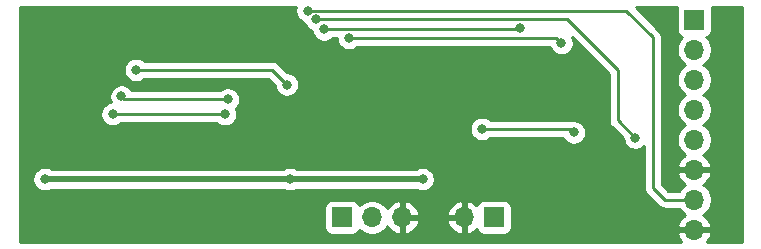
<source format=gbr>
%TF.GenerationSoftware,KiCad,Pcbnew,(5.1.6)-1*%
%TF.CreationDate,2021-07-28T23:36:17+08:00*%
%TF.ProjectId,wireless_measurement_ard,77697265-6c65-4737-935f-6d6561737572,rev?*%
%TF.SameCoordinates,Original*%
%TF.FileFunction,Copper,L2,Bot*%
%TF.FilePolarity,Positive*%
%FSLAX46Y46*%
G04 Gerber Fmt 4.6, Leading zero omitted, Abs format (unit mm)*
G04 Created by KiCad (PCBNEW (5.1.6)-1) date 2021-07-28 23:36:17*
%MOMM*%
%LPD*%
G01*
G04 APERTURE LIST*
%TA.AperFunction,ComponentPad*%
%ADD10O,1.700000X1.700000*%
%TD*%
%TA.AperFunction,ComponentPad*%
%ADD11R,1.700000X1.700000*%
%TD*%
%TA.AperFunction,ViaPad*%
%ADD12C,0.800000*%
%TD*%
%TA.AperFunction,Conductor*%
%ADD13C,0.250000*%
%TD*%
%TA.AperFunction,Conductor*%
%ADD14C,0.500000*%
%TD*%
%TA.AperFunction,Conductor*%
%ADD15C,0.254000*%
%TD*%
G04 APERTURE END LIST*
D10*
%TO.P,EFM8_Prog1,3*%
%TO.N,GND*%
X150500000Y-93500000D03*
%TO.P,EFM8_Prog1,2*%
%TO.N,C2D*%
X147960000Y-93500000D03*
D11*
%TO.P,EFM8_Prog1,1*%
%TO.N,C2CK*%
X145420000Y-93500000D03*
%TD*%
D10*
%TO.P,J1,8*%
%TO.N,GND*%
X175250000Y-94530000D03*
%TO.P,J1,7*%
%TO.N,A3*%
X175250000Y-91990000D03*
%TO.P,J1,6*%
%TO.N,GND*%
X175250000Y-89450000D03*
%TO.P,J1,5*%
%TO.N,A2*%
X175250000Y-86910000D03*
%TO.P,J1,4*%
%TO.N,C2_OUT*%
X175250000Y-84370000D03*
%TO.P,J1,3*%
%TO.N,C2_IN*%
X175250000Y-81830000D03*
%TO.P,J1,2*%
%TO.N,C1_OUT*%
X175250000Y-79290000D03*
D11*
%TO.P,J1,1*%
%TO.N,C1_IN*%
X175250000Y-76750000D03*
%TD*%
D10*
%TO.P,Battery1,2*%
%TO.N,GND*%
X155750000Y-93500000D03*
D11*
%TO.P,Battery1,1*%
%TO.N,VIN*%
X158290000Y-93500000D03*
%TD*%
D12*
%TO.N,A2*%
X143237347Y-76737347D03*
X170250000Y-86750000D03*
%TO.N,GND*%
X156500000Y-85000000D03*
%TO.N,A3*%
X142500000Y-76000000D03*
%TO.N,+3V3*%
X120250000Y-90250000D03*
X152250000Y-90250000D03*
X141000000Y-90250000D03*
%TO.N,ARD_RX*%
X135750000Y-83500000D03*
X126750000Y-83250000D03*
%TO.N,A1*%
X143899462Y-77575232D03*
X160500000Y-77500000D03*
%TO.N,A0*%
X146000000Y-78300232D03*
X164000000Y-78750006D03*
%TO.N,ARD_TX*%
X126000000Y-84750000D03*
X135500000Y-84750000D03*
%TO.N,Net-(L1-Pad2)*%
X157250000Y-86000000D03*
X165050000Y-86300000D03*
%TO.N,STATUS*%
X128000000Y-81000000D03*
X140750000Y-82250000D03*
%TD*%
D13*
%TO.N,A2*%
X164487347Y-76737347D02*
X143237347Y-76737347D01*
X168762653Y-81012653D02*
X164487347Y-76737347D01*
X170250000Y-86750000D02*
X168762653Y-85262653D01*
X168762653Y-85262653D02*
X168762653Y-81012653D01*
%TO.N,A3*%
X142500000Y-76000000D02*
X169500000Y-76000000D01*
X169500000Y-76000000D02*
X171750000Y-78250000D01*
X171750000Y-78250000D02*
X171750000Y-91000000D01*
X172740000Y-91990000D02*
X175250000Y-91990000D01*
X171750000Y-91000000D02*
X172740000Y-91990000D01*
D14*
%TO.N,+3V3*%
X120250000Y-90250000D02*
X152250000Y-90250000D01*
D13*
%TO.N,ARD_RX*%
X135750000Y-83500000D02*
X127000000Y-83500000D01*
X127000000Y-83500000D02*
X126750000Y-83250000D01*
%TO.N,A1*%
X143899462Y-77575232D02*
X160424768Y-77575232D01*
X160424768Y-77575232D02*
X160500000Y-77500000D01*
%TO.N,A0*%
X163550226Y-78300232D02*
X164000000Y-78750006D01*
X146000000Y-78300232D02*
X163550226Y-78300232D01*
%TO.N,ARD_TX*%
X126000000Y-84750000D02*
X135500000Y-84750000D01*
%TO.N,Net-(L1-Pad2)*%
X157250000Y-86000000D02*
X164750000Y-86000000D01*
X164750000Y-86000000D02*
X165050000Y-86300000D01*
%TO.N,STATUS*%
X128000000Y-81000000D02*
X139500000Y-81000000D01*
X139500000Y-81000000D02*
X140750000Y-82250000D01*
%TD*%
D15*
%TO.N,GND*%
G36*
X141465000Y-75898061D02*
G01*
X141465000Y-76101939D01*
X141504774Y-76301898D01*
X141582795Y-76490256D01*
X141696063Y-76659774D01*
X141840226Y-76803937D01*
X142009744Y-76917205D01*
X142198102Y-76995226D01*
X142234818Y-77002529D01*
X142242121Y-77039245D01*
X142320142Y-77227603D01*
X142433410Y-77397121D01*
X142577573Y-77541284D01*
X142747091Y-77654552D01*
X142870098Y-77705503D01*
X142904236Y-77877130D01*
X142982257Y-78065488D01*
X143095525Y-78235006D01*
X143239688Y-78379169D01*
X143409206Y-78492437D01*
X143597564Y-78570458D01*
X143797523Y-78610232D01*
X144001401Y-78610232D01*
X144201360Y-78570458D01*
X144389718Y-78492437D01*
X144559236Y-78379169D01*
X144603173Y-78335232D01*
X144965000Y-78335232D01*
X144965000Y-78402171D01*
X145004774Y-78602130D01*
X145082795Y-78790488D01*
X145196063Y-78960006D01*
X145340226Y-79104169D01*
X145509744Y-79217437D01*
X145698102Y-79295458D01*
X145898061Y-79335232D01*
X146101939Y-79335232D01*
X146301898Y-79295458D01*
X146490256Y-79217437D01*
X146659774Y-79104169D01*
X146703711Y-79060232D01*
X163008224Y-79060232D01*
X163082795Y-79240262D01*
X163196063Y-79409780D01*
X163340226Y-79553943D01*
X163509744Y-79667211D01*
X163698102Y-79745232D01*
X163898061Y-79785006D01*
X164101939Y-79785006D01*
X164301898Y-79745232D01*
X164490256Y-79667211D01*
X164659774Y-79553943D01*
X164803937Y-79409780D01*
X164917205Y-79240262D01*
X164995226Y-79051904D01*
X165035000Y-78851945D01*
X165035000Y-78648067D01*
X164995226Y-78448108D01*
X164917205Y-78259750D01*
X164881475Y-78206276D01*
X168002654Y-81327456D01*
X168002653Y-85225330D01*
X167998977Y-85262653D01*
X168002653Y-85299975D01*
X168002653Y-85299985D01*
X168013650Y-85411638D01*
X168047575Y-85523475D01*
X168057107Y-85554899D01*
X168127679Y-85686929D01*
X168136849Y-85698102D01*
X168222652Y-85802654D01*
X168251656Y-85826457D01*
X169215000Y-86789802D01*
X169215000Y-86851939D01*
X169254774Y-87051898D01*
X169332795Y-87240256D01*
X169446063Y-87409774D01*
X169590226Y-87553937D01*
X169759744Y-87667205D01*
X169948102Y-87745226D01*
X170148061Y-87785000D01*
X170351939Y-87785000D01*
X170551898Y-87745226D01*
X170740256Y-87667205D01*
X170909774Y-87553937D01*
X170990001Y-87473710D01*
X170990001Y-90962668D01*
X170986324Y-91000000D01*
X170990001Y-91037333D01*
X170999621Y-91135000D01*
X171000998Y-91148985D01*
X171044454Y-91292246D01*
X171115026Y-91424276D01*
X171186201Y-91511002D01*
X171210000Y-91540001D01*
X171238998Y-91563799D01*
X172176205Y-92501008D01*
X172199999Y-92530001D01*
X172228992Y-92553795D01*
X172228996Y-92553799D01*
X172299685Y-92611811D01*
X172315724Y-92624974D01*
X172447753Y-92695546D01*
X172591014Y-92739003D01*
X172702667Y-92750000D01*
X172702676Y-92750000D01*
X172739999Y-92753676D01*
X172777322Y-92750000D01*
X173971822Y-92750000D01*
X174096525Y-92936632D01*
X174303368Y-93143475D01*
X174485534Y-93265195D01*
X174368645Y-93334822D01*
X174152412Y-93529731D01*
X173978359Y-93763080D01*
X173853175Y-94025901D01*
X173808524Y-94173110D01*
X173929845Y-94403000D01*
X175123000Y-94403000D01*
X175123000Y-94383000D01*
X175377000Y-94383000D01*
X175377000Y-94403000D01*
X176570155Y-94403000D01*
X176691476Y-94173110D01*
X176646825Y-94025901D01*
X176521641Y-93763080D01*
X176347588Y-93529731D01*
X176131355Y-93334822D01*
X176014466Y-93265195D01*
X176196632Y-93143475D01*
X176403475Y-92936632D01*
X176565990Y-92693411D01*
X176677932Y-92423158D01*
X176735000Y-92136260D01*
X176735000Y-91843740D01*
X176677932Y-91556842D01*
X176565990Y-91286589D01*
X176403475Y-91043368D01*
X176196632Y-90836525D01*
X176014466Y-90714805D01*
X176131355Y-90645178D01*
X176347588Y-90450269D01*
X176521641Y-90216920D01*
X176646825Y-89954099D01*
X176691476Y-89806890D01*
X176570155Y-89577000D01*
X175377000Y-89577000D01*
X175377000Y-89597000D01*
X175123000Y-89597000D01*
X175123000Y-89577000D01*
X173929845Y-89577000D01*
X173808524Y-89806890D01*
X173853175Y-89954099D01*
X173978359Y-90216920D01*
X174152412Y-90450269D01*
X174368645Y-90645178D01*
X174485534Y-90714805D01*
X174303368Y-90836525D01*
X174096525Y-91043368D01*
X173971822Y-91230000D01*
X173054803Y-91230000D01*
X172510000Y-90685199D01*
X172510000Y-78287333D01*
X172513677Y-78250000D01*
X172499003Y-78101014D01*
X172455546Y-77957753D01*
X172384974Y-77825724D01*
X172313799Y-77738997D01*
X172290001Y-77709999D01*
X172261004Y-77686202D01*
X170284801Y-75710000D01*
X173794063Y-75710000D01*
X173774188Y-75775518D01*
X173761928Y-75900000D01*
X173761928Y-77600000D01*
X173774188Y-77724482D01*
X173810498Y-77844180D01*
X173869463Y-77954494D01*
X173948815Y-78051185D01*
X174045506Y-78130537D01*
X174155820Y-78189502D01*
X174228380Y-78211513D01*
X174096525Y-78343368D01*
X173934010Y-78586589D01*
X173822068Y-78856842D01*
X173765000Y-79143740D01*
X173765000Y-79436260D01*
X173822068Y-79723158D01*
X173934010Y-79993411D01*
X174096525Y-80236632D01*
X174303368Y-80443475D01*
X174477760Y-80560000D01*
X174303368Y-80676525D01*
X174096525Y-80883368D01*
X173934010Y-81126589D01*
X173822068Y-81396842D01*
X173765000Y-81683740D01*
X173765000Y-81976260D01*
X173822068Y-82263158D01*
X173934010Y-82533411D01*
X174096525Y-82776632D01*
X174303368Y-82983475D01*
X174477760Y-83100000D01*
X174303368Y-83216525D01*
X174096525Y-83423368D01*
X173934010Y-83666589D01*
X173822068Y-83936842D01*
X173765000Y-84223740D01*
X173765000Y-84516260D01*
X173822068Y-84803158D01*
X173934010Y-85073411D01*
X174096525Y-85316632D01*
X174303368Y-85523475D01*
X174477760Y-85640000D01*
X174303368Y-85756525D01*
X174096525Y-85963368D01*
X173934010Y-86206589D01*
X173822068Y-86476842D01*
X173765000Y-86763740D01*
X173765000Y-87056260D01*
X173822068Y-87343158D01*
X173934010Y-87613411D01*
X174096525Y-87856632D01*
X174303368Y-88063475D01*
X174485534Y-88185195D01*
X174368645Y-88254822D01*
X174152412Y-88449731D01*
X173978359Y-88683080D01*
X173853175Y-88945901D01*
X173808524Y-89093110D01*
X173929845Y-89323000D01*
X175123000Y-89323000D01*
X175123000Y-89303000D01*
X175377000Y-89303000D01*
X175377000Y-89323000D01*
X176570155Y-89323000D01*
X176691476Y-89093110D01*
X176646825Y-88945901D01*
X176521641Y-88683080D01*
X176347588Y-88449731D01*
X176131355Y-88254822D01*
X176014466Y-88185195D01*
X176196632Y-88063475D01*
X176403475Y-87856632D01*
X176565990Y-87613411D01*
X176677932Y-87343158D01*
X176735000Y-87056260D01*
X176735000Y-86763740D01*
X176677932Y-86476842D01*
X176565990Y-86206589D01*
X176403475Y-85963368D01*
X176196632Y-85756525D01*
X176022240Y-85640000D01*
X176196632Y-85523475D01*
X176403475Y-85316632D01*
X176565990Y-85073411D01*
X176677932Y-84803158D01*
X176735000Y-84516260D01*
X176735000Y-84223740D01*
X176677932Y-83936842D01*
X176565990Y-83666589D01*
X176403475Y-83423368D01*
X176196632Y-83216525D01*
X176022240Y-83100000D01*
X176196632Y-82983475D01*
X176403475Y-82776632D01*
X176565990Y-82533411D01*
X176677932Y-82263158D01*
X176735000Y-81976260D01*
X176735000Y-81683740D01*
X176677932Y-81396842D01*
X176565990Y-81126589D01*
X176403475Y-80883368D01*
X176196632Y-80676525D01*
X176022240Y-80560000D01*
X176196632Y-80443475D01*
X176403475Y-80236632D01*
X176565990Y-79993411D01*
X176677932Y-79723158D01*
X176735000Y-79436260D01*
X176735000Y-79143740D01*
X176677932Y-78856842D01*
X176565990Y-78586589D01*
X176403475Y-78343368D01*
X176271620Y-78211513D01*
X176344180Y-78189502D01*
X176454494Y-78130537D01*
X176551185Y-78051185D01*
X176630537Y-77954494D01*
X176689502Y-77844180D01*
X176725812Y-77724482D01*
X176738072Y-77600000D01*
X176738072Y-75900000D01*
X176725812Y-75775518D01*
X176705937Y-75710000D01*
X179290000Y-75710000D01*
X179290001Y-95540000D01*
X176336792Y-95540000D01*
X176347588Y-95530269D01*
X176521641Y-95296920D01*
X176646825Y-95034099D01*
X176691476Y-94886890D01*
X176570155Y-94657000D01*
X175377000Y-94657000D01*
X175377000Y-94677000D01*
X175123000Y-94677000D01*
X175123000Y-94657000D01*
X173929845Y-94657000D01*
X173808524Y-94886890D01*
X173853175Y-95034099D01*
X173978359Y-95296920D01*
X174152412Y-95530269D01*
X174163208Y-95540000D01*
X118127000Y-95540000D01*
X118127000Y-92650000D01*
X143931928Y-92650000D01*
X143931928Y-94350000D01*
X143944188Y-94474482D01*
X143980498Y-94594180D01*
X144039463Y-94704494D01*
X144118815Y-94801185D01*
X144215506Y-94880537D01*
X144325820Y-94939502D01*
X144445518Y-94975812D01*
X144570000Y-94988072D01*
X146270000Y-94988072D01*
X146394482Y-94975812D01*
X146514180Y-94939502D01*
X146624494Y-94880537D01*
X146721185Y-94801185D01*
X146800537Y-94704494D01*
X146859502Y-94594180D01*
X146881513Y-94521620D01*
X147013368Y-94653475D01*
X147256589Y-94815990D01*
X147526842Y-94927932D01*
X147813740Y-94985000D01*
X148106260Y-94985000D01*
X148393158Y-94927932D01*
X148663411Y-94815990D01*
X148906632Y-94653475D01*
X149113475Y-94446632D01*
X149235195Y-94264466D01*
X149304822Y-94381355D01*
X149499731Y-94597588D01*
X149733080Y-94771641D01*
X149995901Y-94896825D01*
X150143110Y-94941476D01*
X150373000Y-94820155D01*
X150373000Y-93627000D01*
X150627000Y-93627000D01*
X150627000Y-94820155D01*
X150856890Y-94941476D01*
X151004099Y-94896825D01*
X151266920Y-94771641D01*
X151500269Y-94597588D01*
X151695178Y-94381355D01*
X151844157Y-94131252D01*
X151941481Y-93856891D01*
X154308519Y-93856891D01*
X154405843Y-94131252D01*
X154554822Y-94381355D01*
X154749731Y-94597588D01*
X154983080Y-94771641D01*
X155245901Y-94896825D01*
X155393110Y-94941476D01*
X155623000Y-94820155D01*
X155623000Y-93627000D01*
X154429186Y-93627000D01*
X154308519Y-93856891D01*
X151941481Y-93856891D01*
X151820814Y-93627000D01*
X150627000Y-93627000D01*
X150373000Y-93627000D01*
X150353000Y-93627000D01*
X150353000Y-93373000D01*
X150373000Y-93373000D01*
X150373000Y-92179845D01*
X150627000Y-92179845D01*
X150627000Y-93373000D01*
X151820814Y-93373000D01*
X151941481Y-93143109D01*
X154308519Y-93143109D01*
X154429186Y-93373000D01*
X155623000Y-93373000D01*
X155623000Y-92179845D01*
X155877000Y-92179845D01*
X155877000Y-93373000D01*
X155897000Y-93373000D01*
X155897000Y-93627000D01*
X155877000Y-93627000D01*
X155877000Y-94820155D01*
X156106890Y-94941476D01*
X156254099Y-94896825D01*
X156516920Y-94771641D01*
X156750269Y-94597588D01*
X156826034Y-94513534D01*
X156850498Y-94594180D01*
X156909463Y-94704494D01*
X156988815Y-94801185D01*
X157085506Y-94880537D01*
X157195820Y-94939502D01*
X157315518Y-94975812D01*
X157440000Y-94988072D01*
X159140000Y-94988072D01*
X159264482Y-94975812D01*
X159384180Y-94939502D01*
X159494494Y-94880537D01*
X159591185Y-94801185D01*
X159670537Y-94704494D01*
X159729502Y-94594180D01*
X159765812Y-94474482D01*
X159778072Y-94350000D01*
X159778072Y-92650000D01*
X159765812Y-92525518D01*
X159729502Y-92405820D01*
X159670537Y-92295506D01*
X159591185Y-92198815D01*
X159494494Y-92119463D01*
X159384180Y-92060498D01*
X159264482Y-92024188D01*
X159140000Y-92011928D01*
X157440000Y-92011928D01*
X157315518Y-92024188D01*
X157195820Y-92060498D01*
X157085506Y-92119463D01*
X156988815Y-92198815D01*
X156909463Y-92295506D01*
X156850498Y-92405820D01*
X156826034Y-92486466D01*
X156750269Y-92402412D01*
X156516920Y-92228359D01*
X156254099Y-92103175D01*
X156106890Y-92058524D01*
X155877000Y-92179845D01*
X155623000Y-92179845D01*
X155393110Y-92058524D01*
X155245901Y-92103175D01*
X154983080Y-92228359D01*
X154749731Y-92402412D01*
X154554822Y-92618645D01*
X154405843Y-92868748D01*
X154308519Y-93143109D01*
X151941481Y-93143109D01*
X151844157Y-92868748D01*
X151695178Y-92618645D01*
X151500269Y-92402412D01*
X151266920Y-92228359D01*
X151004099Y-92103175D01*
X150856890Y-92058524D01*
X150627000Y-92179845D01*
X150373000Y-92179845D01*
X150143110Y-92058524D01*
X149995901Y-92103175D01*
X149733080Y-92228359D01*
X149499731Y-92402412D01*
X149304822Y-92618645D01*
X149235195Y-92735534D01*
X149113475Y-92553368D01*
X148906632Y-92346525D01*
X148663411Y-92184010D01*
X148393158Y-92072068D01*
X148106260Y-92015000D01*
X147813740Y-92015000D01*
X147526842Y-92072068D01*
X147256589Y-92184010D01*
X147013368Y-92346525D01*
X146881513Y-92478380D01*
X146859502Y-92405820D01*
X146800537Y-92295506D01*
X146721185Y-92198815D01*
X146624494Y-92119463D01*
X146514180Y-92060498D01*
X146394482Y-92024188D01*
X146270000Y-92011928D01*
X144570000Y-92011928D01*
X144445518Y-92024188D01*
X144325820Y-92060498D01*
X144215506Y-92119463D01*
X144118815Y-92198815D01*
X144039463Y-92295506D01*
X143980498Y-92405820D01*
X143944188Y-92525518D01*
X143931928Y-92650000D01*
X118127000Y-92650000D01*
X118127000Y-90148061D01*
X119215000Y-90148061D01*
X119215000Y-90351939D01*
X119254774Y-90551898D01*
X119332795Y-90740256D01*
X119446063Y-90909774D01*
X119590226Y-91053937D01*
X119759744Y-91167205D01*
X119948102Y-91245226D01*
X120148061Y-91285000D01*
X120351939Y-91285000D01*
X120551898Y-91245226D01*
X120740256Y-91167205D01*
X120788454Y-91135000D01*
X140461546Y-91135000D01*
X140509744Y-91167205D01*
X140698102Y-91245226D01*
X140898061Y-91285000D01*
X141101939Y-91285000D01*
X141301898Y-91245226D01*
X141490256Y-91167205D01*
X141538454Y-91135000D01*
X151711546Y-91135000D01*
X151759744Y-91167205D01*
X151948102Y-91245226D01*
X152148061Y-91285000D01*
X152351939Y-91285000D01*
X152551898Y-91245226D01*
X152740256Y-91167205D01*
X152909774Y-91053937D01*
X153053937Y-90909774D01*
X153167205Y-90740256D01*
X153245226Y-90551898D01*
X153285000Y-90351939D01*
X153285000Y-90148061D01*
X153245226Y-89948102D01*
X153167205Y-89759744D01*
X153053937Y-89590226D01*
X152909774Y-89446063D01*
X152740256Y-89332795D01*
X152551898Y-89254774D01*
X152351939Y-89215000D01*
X152148061Y-89215000D01*
X151948102Y-89254774D01*
X151759744Y-89332795D01*
X151711546Y-89365000D01*
X141538454Y-89365000D01*
X141490256Y-89332795D01*
X141301898Y-89254774D01*
X141101939Y-89215000D01*
X140898061Y-89215000D01*
X140698102Y-89254774D01*
X140509744Y-89332795D01*
X140461546Y-89365000D01*
X120788454Y-89365000D01*
X120740256Y-89332795D01*
X120551898Y-89254774D01*
X120351939Y-89215000D01*
X120148061Y-89215000D01*
X119948102Y-89254774D01*
X119759744Y-89332795D01*
X119590226Y-89446063D01*
X119446063Y-89590226D01*
X119332795Y-89759744D01*
X119254774Y-89948102D01*
X119215000Y-90148061D01*
X118127000Y-90148061D01*
X118127000Y-85898061D01*
X156215000Y-85898061D01*
X156215000Y-86101939D01*
X156254774Y-86301898D01*
X156332795Y-86490256D01*
X156446063Y-86659774D01*
X156590226Y-86803937D01*
X156759744Y-86917205D01*
X156948102Y-86995226D01*
X157148061Y-87035000D01*
X157351939Y-87035000D01*
X157551898Y-86995226D01*
X157740256Y-86917205D01*
X157909774Y-86803937D01*
X157953711Y-86760000D01*
X164120262Y-86760000D01*
X164132795Y-86790256D01*
X164246063Y-86959774D01*
X164390226Y-87103937D01*
X164559744Y-87217205D01*
X164748102Y-87295226D01*
X164948061Y-87335000D01*
X165151939Y-87335000D01*
X165351898Y-87295226D01*
X165540256Y-87217205D01*
X165709774Y-87103937D01*
X165853937Y-86959774D01*
X165967205Y-86790256D01*
X166045226Y-86601898D01*
X166085000Y-86401939D01*
X166085000Y-86198061D01*
X166045226Y-85998102D01*
X165967205Y-85809744D01*
X165853937Y-85640226D01*
X165709774Y-85496063D01*
X165540256Y-85382795D01*
X165351898Y-85304774D01*
X165151939Y-85265000D01*
X164948061Y-85265000D01*
X164946302Y-85265350D01*
X164898986Y-85250997D01*
X164787333Y-85240000D01*
X164787322Y-85240000D01*
X164750000Y-85236324D01*
X164712678Y-85240000D01*
X157953711Y-85240000D01*
X157909774Y-85196063D01*
X157740256Y-85082795D01*
X157551898Y-85004774D01*
X157351939Y-84965000D01*
X157148061Y-84965000D01*
X156948102Y-85004774D01*
X156759744Y-85082795D01*
X156590226Y-85196063D01*
X156446063Y-85340226D01*
X156332795Y-85509744D01*
X156254774Y-85698102D01*
X156215000Y-85898061D01*
X118127000Y-85898061D01*
X118127000Y-84648061D01*
X124965000Y-84648061D01*
X124965000Y-84851939D01*
X125004774Y-85051898D01*
X125082795Y-85240256D01*
X125196063Y-85409774D01*
X125340226Y-85553937D01*
X125509744Y-85667205D01*
X125698102Y-85745226D01*
X125898061Y-85785000D01*
X126101939Y-85785000D01*
X126301898Y-85745226D01*
X126490256Y-85667205D01*
X126659774Y-85553937D01*
X126703711Y-85510000D01*
X134796289Y-85510000D01*
X134840226Y-85553937D01*
X135009744Y-85667205D01*
X135198102Y-85745226D01*
X135398061Y-85785000D01*
X135601939Y-85785000D01*
X135801898Y-85745226D01*
X135990256Y-85667205D01*
X136159774Y-85553937D01*
X136303937Y-85409774D01*
X136417205Y-85240256D01*
X136495226Y-85051898D01*
X136535000Y-84851939D01*
X136535000Y-84648061D01*
X136495226Y-84448102D01*
X136427972Y-84285739D01*
X136553937Y-84159774D01*
X136667205Y-83990256D01*
X136745226Y-83801898D01*
X136785000Y-83601939D01*
X136785000Y-83398061D01*
X136745226Y-83198102D01*
X136667205Y-83009744D01*
X136553937Y-82840226D01*
X136409774Y-82696063D01*
X136240256Y-82582795D01*
X136051898Y-82504774D01*
X135851939Y-82465000D01*
X135648061Y-82465000D01*
X135448102Y-82504774D01*
X135259744Y-82582795D01*
X135090226Y-82696063D01*
X135046289Y-82740000D01*
X127654013Y-82740000D01*
X127553937Y-82590226D01*
X127409774Y-82446063D01*
X127240256Y-82332795D01*
X127051898Y-82254774D01*
X126851939Y-82215000D01*
X126648061Y-82215000D01*
X126448102Y-82254774D01*
X126259744Y-82332795D01*
X126090226Y-82446063D01*
X125946063Y-82590226D01*
X125832795Y-82759744D01*
X125754774Y-82948102D01*
X125715000Y-83148061D01*
X125715000Y-83351939D01*
X125754774Y-83551898D01*
X125828098Y-83728916D01*
X125698102Y-83754774D01*
X125509744Y-83832795D01*
X125340226Y-83946063D01*
X125196063Y-84090226D01*
X125082795Y-84259744D01*
X125004774Y-84448102D01*
X124965000Y-84648061D01*
X118127000Y-84648061D01*
X118127000Y-80898061D01*
X126965000Y-80898061D01*
X126965000Y-81101939D01*
X127004774Y-81301898D01*
X127082795Y-81490256D01*
X127196063Y-81659774D01*
X127340226Y-81803937D01*
X127509744Y-81917205D01*
X127698102Y-81995226D01*
X127898061Y-82035000D01*
X128101939Y-82035000D01*
X128301898Y-81995226D01*
X128490256Y-81917205D01*
X128659774Y-81803937D01*
X128703711Y-81760000D01*
X139185199Y-81760000D01*
X139715000Y-82289802D01*
X139715000Y-82351939D01*
X139754774Y-82551898D01*
X139832795Y-82740256D01*
X139946063Y-82909774D01*
X140090226Y-83053937D01*
X140259744Y-83167205D01*
X140448102Y-83245226D01*
X140648061Y-83285000D01*
X140851939Y-83285000D01*
X141051898Y-83245226D01*
X141240256Y-83167205D01*
X141409774Y-83053937D01*
X141553937Y-82909774D01*
X141667205Y-82740256D01*
X141745226Y-82551898D01*
X141785000Y-82351939D01*
X141785000Y-82148061D01*
X141745226Y-81948102D01*
X141667205Y-81759744D01*
X141553937Y-81590226D01*
X141409774Y-81446063D01*
X141240256Y-81332795D01*
X141051898Y-81254774D01*
X140851939Y-81215000D01*
X140789802Y-81215000D01*
X140063804Y-80489003D01*
X140040001Y-80459999D01*
X139924276Y-80365026D01*
X139792247Y-80294454D01*
X139648986Y-80250997D01*
X139537333Y-80240000D01*
X139537322Y-80240000D01*
X139500000Y-80236324D01*
X139462678Y-80240000D01*
X128703711Y-80240000D01*
X128659774Y-80196063D01*
X128490256Y-80082795D01*
X128301898Y-80004774D01*
X128101939Y-79965000D01*
X127898061Y-79965000D01*
X127698102Y-80004774D01*
X127509744Y-80082795D01*
X127340226Y-80196063D01*
X127196063Y-80340226D01*
X127082795Y-80509744D01*
X127004774Y-80698102D01*
X126965000Y-80898061D01*
X118127000Y-80898061D01*
X118127000Y-75710000D01*
X141502407Y-75710000D01*
X141465000Y-75898061D01*
G37*
X141465000Y-75898061D02*
X141465000Y-76101939D01*
X141504774Y-76301898D01*
X141582795Y-76490256D01*
X141696063Y-76659774D01*
X141840226Y-76803937D01*
X142009744Y-76917205D01*
X142198102Y-76995226D01*
X142234818Y-77002529D01*
X142242121Y-77039245D01*
X142320142Y-77227603D01*
X142433410Y-77397121D01*
X142577573Y-77541284D01*
X142747091Y-77654552D01*
X142870098Y-77705503D01*
X142904236Y-77877130D01*
X142982257Y-78065488D01*
X143095525Y-78235006D01*
X143239688Y-78379169D01*
X143409206Y-78492437D01*
X143597564Y-78570458D01*
X143797523Y-78610232D01*
X144001401Y-78610232D01*
X144201360Y-78570458D01*
X144389718Y-78492437D01*
X144559236Y-78379169D01*
X144603173Y-78335232D01*
X144965000Y-78335232D01*
X144965000Y-78402171D01*
X145004774Y-78602130D01*
X145082795Y-78790488D01*
X145196063Y-78960006D01*
X145340226Y-79104169D01*
X145509744Y-79217437D01*
X145698102Y-79295458D01*
X145898061Y-79335232D01*
X146101939Y-79335232D01*
X146301898Y-79295458D01*
X146490256Y-79217437D01*
X146659774Y-79104169D01*
X146703711Y-79060232D01*
X163008224Y-79060232D01*
X163082795Y-79240262D01*
X163196063Y-79409780D01*
X163340226Y-79553943D01*
X163509744Y-79667211D01*
X163698102Y-79745232D01*
X163898061Y-79785006D01*
X164101939Y-79785006D01*
X164301898Y-79745232D01*
X164490256Y-79667211D01*
X164659774Y-79553943D01*
X164803937Y-79409780D01*
X164917205Y-79240262D01*
X164995226Y-79051904D01*
X165035000Y-78851945D01*
X165035000Y-78648067D01*
X164995226Y-78448108D01*
X164917205Y-78259750D01*
X164881475Y-78206276D01*
X168002654Y-81327456D01*
X168002653Y-85225330D01*
X167998977Y-85262653D01*
X168002653Y-85299975D01*
X168002653Y-85299985D01*
X168013650Y-85411638D01*
X168047575Y-85523475D01*
X168057107Y-85554899D01*
X168127679Y-85686929D01*
X168136849Y-85698102D01*
X168222652Y-85802654D01*
X168251656Y-85826457D01*
X169215000Y-86789802D01*
X169215000Y-86851939D01*
X169254774Y-87051898D01*
X169332795Y-87240256D01*
X169446063Y-87409774D01*
X169590226Y-87553937D01*
X169759744Y-87667205D01*
X169948102Y-87745226D01*
X170148061Y-87785000D01*
X170351939Y-87785000D01*
X170551898Y-87745226D01*
X170740256Y-87667205D01*
X170909774Y-87553937D01*
X170990001Y-87473710D01*
X170990001Y-90962668D01*
X170986324Y-91000000D01*
X170990001Y-91037333D01*
X170999621Y-91135000D01*
X171000998Y-91148985D01*
X171044454Y-91292246D01*
X171115026Y-91424276D01*
X171186201Y-91511002D01*
X171210000Y-91540001D01*
X171238998Y-91563799D01*
X172176205Y-92501008D01*
X172199999Y-92530001D01*
X172228992Y-92553795D01*
X172228996Y-92553799D01*
X172299685Y-92611811D01*
X172315724Y-92624974D01*
X172447753Y-92695546D01*
X172591014Y-92739003D01*
X172702667Y-92750000D01*
X172702676Y-92750000D01*
X172739999Y-92753676D01*
X172777322Y-92750000D01*
X173971822Y-92750000D01*
X174096525Y-92936632D01*
X174303368Y-93143475D01*
X174485534Y-93265195D01*
X174368645Y-93334822D01*
X174152412Y-93529731D01*
X173978359Y-93763080D01*
X173853175Y-94025901D01*
X173808524Y-94173110D01*
X173929845Y-94403000D01*
X175123000Y-94403000D01*
X175123000Y-94383000D01*
X175377000Y-94383000D01*
X175377000Y-94403000D01*
X176570155Y-94403000D01*
X176691476Y-94173110D01*
X176646825Y-94025901D01*
X176521641Y-93763080D01*
X176347588Y-93529731D01*
X176131355Y-93334822D01*
X176014466Y-93265195D01*
X176196632Y-93143475D01*
X176403475Y-92936632D01*
X176565990Y-92693411D01*
X176677932Y-92423158D01*
X176735000Y-92136260D01*
X176735000Y-91843740D01*
X176677932Y-91556842D01*
X176565990Y-91286589D01*
X176403475Y-91043368D01*
X176196632Y-90836525D01*
X176014466Y-90714805D01*
X176131355Y-90645178D01*
X176347588Y-90450269D01*
X176521641Y-90216920D01*
X176646825Y-89954099D01*
X176691476Y-89806890D01*
X176570155Y-89577000D01*
X175377000Y-89577000D01*
X175377000Y-89597000D01*
X175123000Y-89597000D01*
X175123000Y-89577000D01*
X173929845Y-89577000D01*
X173808524Y-89806890D01*
X173853175Y-89954099D01*
X173978359Y-90216920D01*
X174152412Y-90450269D01*
X174368645Y-90645178D01*
X174485534Y-90714805D01*
X174303368Y-90836525D01*
X174096525Y-91043368D01*
X173971822Y-91230000D01*
X173054803Y-91230000D01*
X172510000Y-90685199D01*
X172510000Y-78287333D01*
X172513677Y-78250000D01*
X172499003Y-78101014D01*
X172455546Y-77957753D01*
X172384974Y-77825724D01*
X172313799Y-77738997D01*
X172290001Y-77709999D01*
X172261004Y-77686202D01*
X170284801Y-75710000D01*
X173794063Y-75710000D01*
X173774188Y-75775518D01*
X173761928Y-75900000D01*
X173761928Y-77600000D01*
X173774188Y-77724482D01*
X173810498Y-77844180D01*
X173869463Y-77954494D01*
X173948815Y-78051185D01*
X174045506Y-78130537D01*
X174155820Y-78189502D01*
X174228380Y-78211513D01*
X174096525Y-78343368D01*
X173934010Y-78586589D01*
X173822068Y-78856842D01*
X173765000Y-79143740D01*
X173765000Y-79436260D01*
X173822068Y-79723158D01*
X173934010Y-79993411D01*
X174096525Y-80236632D01*
X174303368Y-80443475D01*
X174477760Y-80560000D01*
X174303368Y-80676525D01*
X174096525Y-80883368D01*
X173934010Y-81126589D01*
X173822068Y-81396842D01*
X173765000Y-81683740D01*
X173765000Y-81976260D01*
X173822068Y-82263158D01*
X173934010Y-82533411D01*
X174096525Y-82776632D01*
X174303368Y-82983475D01*
X174477760Y-83100000D01*
X174303368Y-83216525D01*
X174096525Y-83423368D01*
X173934010Y-83666589D01*
X173822068Y-83936842D01*
X173765000Y-84223740D01*
X173765000Y-84516260D01*
X173822068Y-84803158D01*
X173934010Y-85073411D01*
X174096525Y-85316632D01*
X174303368Y-85523475D01*
X174477760Y-85640000D01*
X174303368Y-85756525D01*
X174096525Y-85963368D01*
X173934010Y-86206589D01*
X173822068Y-86476842D01*
X173765000Y-86763740D01*
X173765000Y-87056260D01*
X173822068Y-87343158D01*
X173934010Y-87613411D01*
X174096525Y-87856632D01*
X174303368Y-88063475D01*
X174485534Y-88185195D01*
X174368645Y-88254822D01*
X174152412Y-88449731D01*
X173978359Y-88683080D01*
X173853175Y-88945901D01*
X173808524Y-89093110D01*
X173929845Y-89323000D01*
X175123000Y-89323000D01*
X175123000Y-89303000D01*
X175377000Y-89303000D01*
X175377000Y-89323000D01*
X176570155Y-89323000D01*
X176691476Y-89093110D01*
X176646825Y-88945901D01*
X176521641Y-88683080D01*
X176347588Y-88449731D01*
X176131355Y-88254822D01*
X176014466Y-88185195D01*
X176196632Y-88063475D01*
X176403475Y-87856632D01*
X176565990Y-87613411D01*
X176677932Y-87343158D01*
X176735000Y-87056260D01*
X176735000Y-86763740D01*
X176677932Y-86476842D01*
X176565990Y-86206589D01*
X176403475Y-85963368D01*
X176196632Y-85756525D01*
X176022240Y-85640000D01*
X176196632Y-85523475D01*
X176403475Y-85316632D01*
X176565990Y-85073411D01*
X176677932Y-84803158D01*
X176735000Y-84516260D01*
X176735000Y-84223740D01*
X176677932Y-83936842D01*
X176565990Y-83666589D01*
X176403475Y-83423368D01*
X176196632Y-83216525D01*
X176022240Y-83100000D01*
X176196632Y-82983475D01*
X176403475Y-82776632D01*
X176565990Y-82533411D01*
X176677932Y-82263158D01*
X176735000Y-81976260D01*
X176735000Y-81683740D01*
X176677932Y-81396842D01*
X176565990Y-81126589D01*
X176403475Y-80883368D01*
X176196632Y-80676525D01*
X176022240Y-80560000D01*
X176196632Y-80443475D01*
X176403475Y-80236632D01*
X176565990Y-79993411D01*
X176677932Y-79723158D01*
X176735000Y-79436260D01*
X176735000Y-79143740D01*
X176677932Y-78856842D01*
X176565990Y-78586589D01*
X176403475Y-78343368D01*
X176271620Y-78211513D01*
X176344180Y-78189502D01*
X176454494Y-78130537D01*
X176551185Y-78051185D01*
X176630537Y-77954494D01*
X176689502Y-77844180D01*
X176725812Y-77724482D01*
X176738072Y-77600000D01*
X176738072Y-75900000D01*
X176725812Y-75775518D01*
X176705937Y-75710000D01*
X179290000Y-75710000D01*
X179290001Y-95540000D01*
X176336792Y-95540000D01*
X176347588Y-95530269D01*
X176521641Y-95296920D01*
X176646825Y-95034099D01*
X176691476Y-94886890D01*
X176570155Y-94657000D01*
X175377000Y-94657000D01*
X175377000Y-94677000D01*
X175123000Y-94677000D01*
X175123000Y-94657000D01*
X173929845Y-94657000D01*
X173808524Y-94886890D01*
X173853175Y-95034099D01*
X173978359Y-95296920D01*
X174152412Y-95530269D01*
X174163208Y-95540000D01*
X118127000Y-95540000D01*
X118127000Y-92650000D01*
X143931928Y-92650000D01*
X143931928Y-94350000D01*
X143944188Y-94474482D01*
X143980498Y-94594180D01*
X144039463Y-94704494D01*
X144118815Y-94801185D01*
X144215506Y-94880537D01*
X144325820Y-94939502D01*
X144445518Y-94975812D01*
X144570000Y-94988072D01*
X146270000Y-94988072D01*
X146394482Y-94975812D01*
X146514180Y-94939502D01*
X146624494Y-94880537D01*
X146721185Y-94801185D01*
X146800537Y-94704494D01*
X146859502Y-94594180D01*
X146881513Y-94521620D01*
X147013368Y-94653475D01*
X147256589Y-94815990D01*
X147526842Y-94927932D01*
X147813740Y-94985000D01*
X148106260Y-94985000D01*
X148393158Y-94927932D01*
X148663411Y-94815990D01*
X148906632Y-94653475D01*
X149113475Y-94446632D01*
X149235195Y-94264466D01*
X149304822Y-94381355D01*
X149499731Y-94597588D01*
X149733080Y-94771641D01*
X149995901Y-94896825D01*
X150143110Y-94941476D01*
X150373000Y-94820155D01*
X150373000Y-93627000D01*
X150627000Y-93627000D01*
X150627000Y-94820155D01*
X150856890Y-94941476D01*
X151004099Y-94896825D01*
X151266920Y-94771641D01*
X151500269Y-94597588D01*
X151695178Y-94381355D01*
X151844157Y-94131252D01*
X151941481Y-93856891D01*
X154308519Y-93856891D01*
X154405843Y-94131252D01*
X154554822Y-94381355D01*
X154749731Y-94597588D01*
X154983080Y-94771641D01*
X155245901Y-94896825D01*
X155393110Y-94941476D01*
X155623000Y-94820155D01*
X155623000Y-93627000D01*
X154429186Y-93627000D01*
X154308519Y-93856891D01*
X151941481Y-93856891D01*
X151820814Y-93627000D01*
X150627000Y-93627000D01*
X150373000Y-93627000D01*
X150353000Y-93627000D01*
X150353000Y-93373000D01*
X150373000Y-93373000D01*
X150373000Y-92179845D01*
X150627000Y-92179845D01*
X150627000Y-93373000D01*
X151820814Y-93373000D01*
X151941481Y-93143109D01*
X154308519Y-93143109D01*
X154429186Y-93373000D01*
X155623000Y-93373000D01*
X155623000Y-92179845D01*
X155877000Y-92179845D01*
X155877000Y-93373000D01*
X155897000Y-93373000D01*
X155897000Y-93627000D01*
X155877000Y-93627000D01*
X155877000Y-94820155D01*
X156106890Y-94941476D01*
X156254099Y-94896825D01*
X156516920Y-94771641D01*
X156750269Y-94597588D01*
X156826034Y-94513534D01*
X156850498Y-94594180D01*
X156909463Y-94704494D01*
X156988815Y-94801185D01*
X157085506Y-94880537D01*
X157195820Y-94939502D01*
X157315518Y-94975812D01*
X157440000Y-94988072D01*
X159140000Y-94988072D01*
X159264482Y-94975812D01*
X159384180Y-94939502D01*
X159494494Y-94880537D01*
X159591185Y-94801185D01*
X159670537Y-94704494D01*
X159729502Y-94594180D01*
X159765812Y-94474482D01*
X159778072Y-94350000D01*
X159778072Y-92650000D01*
X159765812Y-92525518D01*
X159729502Y-92405820D01*
X159670537Y-92295506D01*
X159591185Y-92198815D01*
X159494494Y-92119463D01*
X159384180Y-92060498D01*
X159264482Y-92024188D01*
X159140000Y-92011928D01*
X157440000Y-92011928D01*
X157315518Y-92024188D01*
X157195820Y-92060498D01*
X157085506Y-92119463D01*
X156988815Y-92198815D01*
X156909463Y-92295506D01*
X156850498Y-92405820D01*
X156826034Y-92486466D01*
X156750269Y-92402412D01*
X156516920Y-92228359D01*
X156254099Y-92103175D01*
X156106890Y-92058524D01*
X155877000Y-92179845D01*
X155623000Y-92179845D01*
X155393110Y-92058524D01*
X155245901Y-92103175D01*
X154983080Y-92228359D01*
X154749731Y-92402412D01*
X154554822Y-92618645D01*
X154405843Y-92868748D01*
X154308519Y-93143109D01*
X151941481Y-93143109D01*
X151844157Y-92868748D01*
X151695178Y-92618645D01*
X151500269Y-92402412D01*
X151266920Y-92228359D01*
X151004099Y-92103175D01*
X150856890Y-92058524D01*
X150627000Y-92179845D01*
X150373000Y-92179845D01*
X150143110Y-92058524D01*
X149995901Y-92103175D01*
X149733080Y-92228359D01*
X149499731Y-92402412D01*
X149304822Y-92618645D01*
X149235195Y-92735534D01*
X149113475Y-92553368D01*
X148906632Y-92346525D01*
X148663411Y-92184010D01*
X148393158Y-92072068D01*
X148106260Y-92015000D01*
X147813740Y-92015000D01*
X147526842Y-92072068D01*
X147256589Y-92184010D01*
X147013368Y-92346525D01*
X146881513Y-92478380D01*
X146859502Y-92405820D01*
X146800537Y-92295506D01*
X146721185Y-92198815D01*
X146624494Y-92119463D01*
X146514180Y-92060498D01*
X146394482Y-92024188D01*
X146270000Y-92011928D01*
X144570000Y-92011928D01*
X144445518Y-92024188D01*
X144325820Y-92060498D01*
X144215506Y-92119463D01*
X144118815Y-92198815D01*
X144039463Y-92295506D01*
X143980498Y-92405820D01*
X143944188Y-92525518D01*
X143931928Y-92650000D01*
X118127000Y-92650000D01*
X118127000Y-90148061D01*
X119215000Y-90148061D01*
X119215000Y-90351939D01*
X119254774Y-90551898D01*
X119332795Y-90740256D01*
X119446063Y-90909774D01*
X119590226Y-91053937D01*
X119759744Y-91167205D01*
X119948102Y-91245226D01*
X120148061Y-91285000D01*
X120351939Y-91285000D01*
X120551898Y-91245226D01*
X120740256Y-91167205D01*
X120788454Y-91135000D01*
X140461546Y-91135000D01*
X140509744Y-91167205D01*
X140698102Y-91245226D01*
X140898061Y-91285000D01*
X141101939Y-91285000D01*
X141301898Y-91245226D01*
X141490256Y-91167205D01*
X141538454Y-91135000D01*
X151711546Y-91135000D01*
X151759744Y-91167205D01*
X151948102Y-91245226D01*
X152148061Y-91285000D01*
X152351939Y-91285000D01*
X152551898Y-91245226D01*
X152740256Y-91167205D01*
X152909774Y-91053937D01*
X153053937Y-90909774D01*
X153167205Y-90740256D01*
X153245226Y-90551898D01*
X153285000Y-90351939D01*
X153285000Y-90148061D01*
X153245226Y-89948102D01*
X153167205Y-89759744D01*
X153053937Y-89590226D01*
X152909774Y-89446063D01*
X152740256Y-89332795D01*
X152551898Y-89254774D01*
X152351939Y-89215000D01*
X152148061Y-89215000D01*
X151948102Y-89254774D01*
X151759744Y-89332795D01*
X151711546Y-89365000D01*
X141538454Y-89365000D01*
X141490256Y-89332795D01*
X141301898Y-89254774D01*
X141101939Y-89215000D01*
X140898061Y-89215000D01*
X140698102Y-89254774D01*
X140509744Y-89332795D01*
X140461546Y-89365000D01*
X120788454Y-89365000D01*
X120740256Y-89332795D01*
X120551898Y-89254774D01*
X120351939Y-89215000D01*
X120148061Y-89215000D01*
X119948102Y-89254774D01*
X119759744Y-89332795D01*
X119590226Y-89446063D01*
X119446063Y-89590226D01*
X119332795Y-89759744D01*
X119254774Y-89948102D01*
X119215000Y-90148061D01*
X118127000Y-90148061D01*
X118127000Y-85898061D01*
X156215000Y-85898061D01*
X156215000Y-86101939D01*
X156254774Y-86301898D01*
X156332795Y-86490256D01*
X156446063Y-86659774D01*
X156590226Y-86803937D01*
X156759744Y-86917205D01*
X156948102Y-86995226D01*
X157148061Y-87035000D01*
X157351939Y-87035000D01*
X157551898Y-86995226D01*
X157740256Y-86917205D01*
X157909774Y-86803937D01*
X157953711Y-86760000D01*
X164120262Y-86760000D01*
X164132795Y-86790256D01*
X164246063Y-86959774D01*
X164390226Y-87103937D01*
X164559744Y-87217205D01*
X164748102Y-87295226D01*
X164948061Y-87335000D01*
X165151939Y-87335000D01*
X165351898Y-87295226D01*
X165540256Y-87217205D01*
X165709774Y-87103937D01*
X165853937Y-86959774D01*
X165967205Y-86790256D01*
X166045226Y-86601898D01*
X166085000Y-86401939D01*
X166085000Y-86198061D01*
X166045226Y-85998102D01*
X165967205Y-85809744D01*
X165853937Y-85640226D01*
X165709774Y-85496063D01*
X165540256Y-85382795D01*
X165351898Y-85304774D01*
X165151939Y-85265000D01*
X164948061Y-85265000D01*
X164946302Y-85265350D01*
X164898986Y-85250997D01*
X164787333Y-85240000D01*
X164787322Y-85240000D01*
X164750000Y-85236324D01*
X164712678Y-85240000D01*
X157953711Y-85240000D01*
X157909774Y-85196063D01*
X157740256Y-85082795D01*
X157551898Y-85004774D01*
X157351939Y-84965000D01*
X157148061Y-84965000D01*
X156948102Y-85004774D01*
X156759744Y-85082795D01*
X156590226Y-85196063D01*
X156446063Y-85340226D01*
X156332795Y-85509744D01*
X156254774Y-85698102D01*
X156215000Y-85898061D01*
X118127000Y-85898061D01*
X118127000Y-84648061D01*
X124965000Y-84648061D01*
X124965000Y-84851939D01*
X125004774Y-85051898D01*
X125082795Y-85240256D01*
X125196063Y-85409774D01*
X125340226Y-85553937D01*
X125509744Y-85667205D01*
X125698102Y-85745226D01*
X125898061Y-85785000D01*
X126101939Y-85785000D01*
X126301898Y-85745226D01*
X126490256Y-85667205D01*
X126659774Y-85553937D01*
X126703711Y-85510000D01*
X134796289Y-85510000D01*
X134840226Y-85553937D01*
X135009744Y-85667205D01*
X135198102Y-85745226D01*
X135398061Y-85785000D01*
X135601939Y-85785000D01*
X135801898Y-85745226D01*
X135990256Y-85667205D01*
X136159774Y-85553937D01*
X136303937Y-85409774D01*
X136417205Y-85240256D01*
X136495226Y-85051898D01*
X136535000Y-84851939D01*
X136535000Y-84648061D01*
X136495226Y-84448102D01*
X136427972Y-84285739D01*
X136553937Y-84159774D01*
X136667205Y-83990256D01*
X136745226Y-83801898D01*
X136785000Y-83601939D01*
X136785000Y-83398061D01*
X136745226Y-83198102D01*
X136667205Y-83009744D01*
X136553937Y-82840226D01*
X136409774Y-82696063D01*
X136240256Y-82582795D01*
X136051898Y-82504774D01*
X135851939Y-82465000D01*
X135648061Y-82465000D01*
X135448102Y-82504774D01*
X135259744Y-82582795D01*
X135090226Y-82696063D01*
X135046289Y-82740000D01*
X127654013Y-82740000D01*
X127553937Y-82590226D01*
X127409774Y-82446063D01*
X127240256Y-82332795D01*
X127051898Y-82254774D01*
X126851939Y-82215000D01*
X126648061Y-82215000D01*
X126448102Y-82254774D01*
X126259744Y-82332795D01*
X126090226Y-82446063D01*
X125946063Y-82590226D01*
X125832795Y-82759744D01*
X125754774Y-82948102D01*
X125715000Y-83148061D01*
X125715000Y-83351939D01*
X125754774Y-83551898D01*
X125828098Y-83728916D01*
X125698102Y-83754774D01*
X125509744Y-83832795D01*
X125340226Y-83946063D01*
X125196063Y-84090226D01*
X125082795Y-84259744D01*
X125004774Y-84448102D01*
X124965000Y-84648061D01*
X118127000Y-84648061D01*
X118127000Y-80898061D01*
X126965000Y-80898061D01*
X126965000Y-81101939D01*
X127004774Y-81301898D01*
X127082795Y-81490256D01*
X127196063Y-81659774D01*
X127340226Y-81803937D01*
X127509744Y-81917205D01*
X127698102Y-81995226D01*
X127898061Y-82035000D01*
X128101939Y-82035000D01*
X128301898Y-81995226D01*
X128490256Y-81917205D01*
X128659774Y-81803937D01*
X128703711Y-81760000D01*
X139185199Y-81760000D01*
X139715000Y-82289802D01*
X139715000Y-82351939D01*
X139754774Y-82551898D01*
X139832795Y-82740256D01*
X139946063Y-82909774D01*
X140090226Y-83053937D01*
X140259744Y-83167205D01*
X140448102Y-83245226D01*
X140648061Y-83285000D01*
X140851939Y-83285000D01*
X141051898Y-83245226D01*
X141240256Y-83167205D01*
X141409774Y-83053937D01*
X141553937Y-82909774D01*
X141667205Y-82740256D01*
X141745226Y-82551898D01*
X141785000Y-82351939D01*
X141785000Y-82148061D01*
X141745226Y-81948102D01*
X141667205Y-81759744D01*
X141553937Y-81590226D01*
X141409774Y-81446063D01*
X141240256Y-81332795D01*
X141051898Y-81254774D01*
X140851939Y-81215000D01*
X140789802Y-81215000D01*
X140063804Y-80489003D01*
X140040001Y-80459999D01*
X139924276Y-80365026D01*
X139792247Y-80294454D01*
X139648986Y-80250997D01*
X139537333Y-80240000D01*
X139537322Y-80240000D01*
X139500000Y-80236324D01*
X139462678Y-80240000D01*
X128703711Y-80240000D01*
X128659774Y-80196063D01*
X128490256Y-80082795D01*
X128301898Y-80004774D01*
X128101939Y-79965000D01*
X127898061Y-79965000D01*
X127698102Y-80004774D01*
X127509744Y-80082795D01*
X127340226Y-80196063D01*
X127196063Y-80340226D01*
X127082795Y-80509744D01*
X127004774Y-80698102D01*
X126965000Y-80898061D01*
X118127000Y-80898061D01*
X118127000Y-75710000D01*
X141502407Y-75710000D01*
X141465000Y-75898061D01*
%TD*%
M02*

</source>
